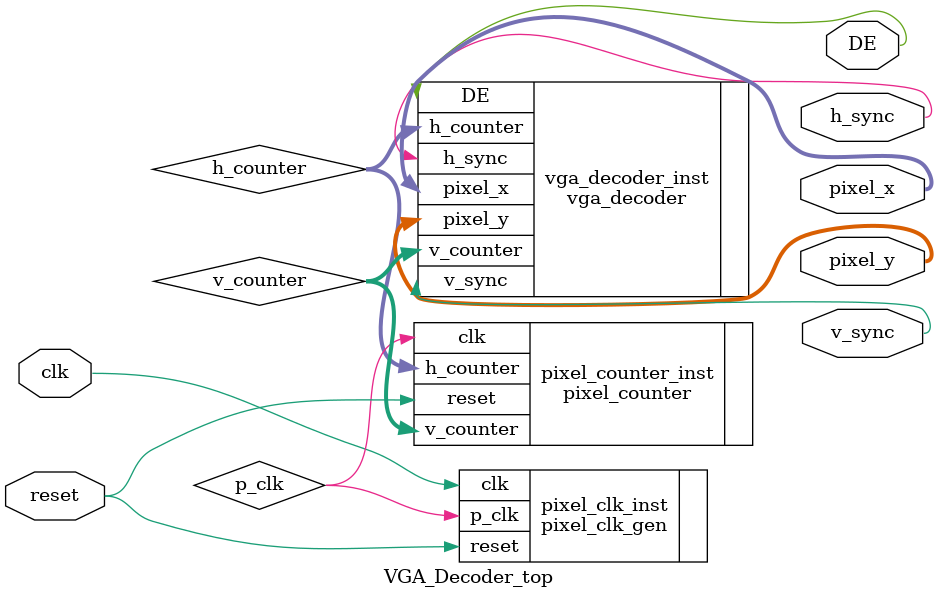
<source format=sv>
`timescale 1ns/1ps
module VGA_Decoder_top (
    input logic clk,
    input logic reset,
    output logic h_sync,
    output logic v_sync,
    output logic DE,
    output logic [9:0] pixel_x,
    output logic [9:0] pixel_y
);

    logic p_clk;
    logic [9:0] h_counter;
    logic [9:0] v_counter;

    // Instantiation
    pixel_clk_gen pixel_clk_inst (
        .clk(clk),
        .reset(reset),
        .p_clk(p_clk)
    );

    pixel_counter pixel_counter_inst (
        .clk(p_clk),
        .reset(reset),
        .h_counter(h_counter),
        .v_counter(v_counter)
    );

    vga_decoder vga_decoder_inst (
        .h_counter(h_counter),
        .v_counter(v_counter),
        .h_sync(h_sync),
        .v_sync(v_sync),
        .DE(DE),
        .pixel_x(pixel_x),
        .pixel_y(pixel_y)
    );
endmodule
</source>
